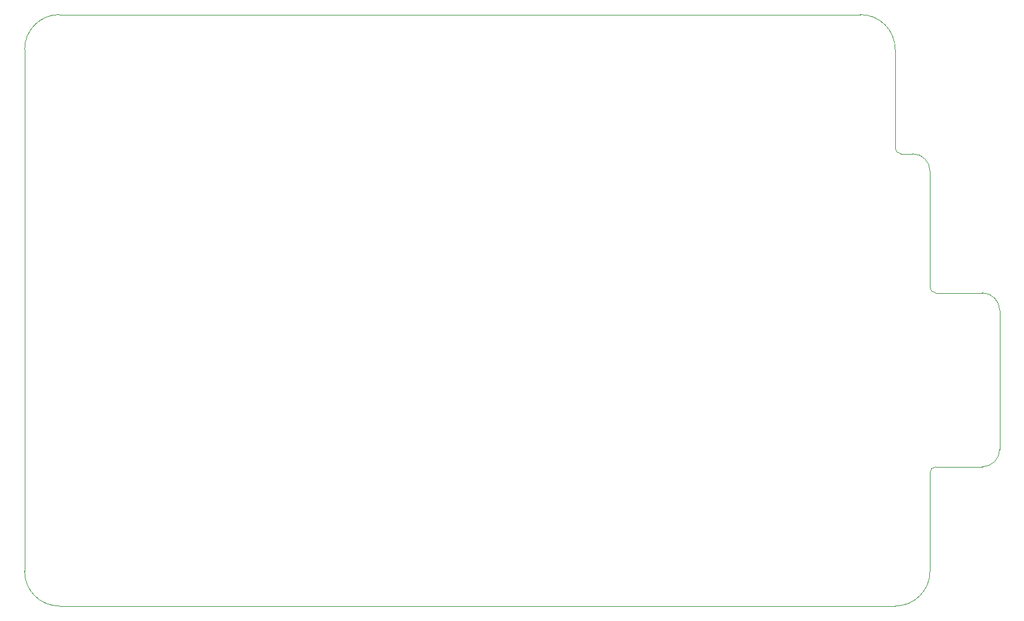
<source format=gm1>
G04 #@! TF.GenerationSoftware,KiCad,Pcbnew,5.1.9*
G04 #@! TF.CreationDate,2021-04-10T23:22:22+01:00*
G04 #@! TF.ProjectId,split45left,73706c69-7434-4356-9c65-66742e6b6963,rev?*
G04 #@! TF.SameCoordinates,Original*
G04 #@! TF.FileFunction,Profile,NP*
%FSLAX46Y46*%
G04 Gerber Fmt 4.6, Leading zero omitted, Abs format (unit mm)*
G04 Created by KiCad (PCBNEW 5.1.9) date 2021-04-10 23:22:22*
%MOMM*%
%LPD*%
G01*
G04 APERTURE LIST*
G04 #@! TA.AperFunction,Profile*
%ADD10C,0.050000*%
G04 #@! TD*
G04 APERTURE END LIST*
D10*
X137318750Y-33337500D02*
X138112500Y-33337500D01*
X136525000Y-33337500D02*
X137318750Y-33337500D01*
X136525000Y-33337500D02*
G75*
G02*
X135731250Y-32543750I0J793750D01*
G01*
X141287500Y-52387500D02*
G75*
G02*
X140493750Y-51593750I0J793750D01*
G01*
X140493750Y-76993750D02*
G75*
G02*
X141287500Y-76200000I793750J0D01*
G01*
X140493750Y-76993750D02*
X140493750Y-90487500D01*
X147637500Y-76200000D02*
X141287500Y-76200000D01*
X150018750Y-54768750D02*
X150018750Y-73818750D01*
X141287500Y-52387500D02*
X147637500Y-52387500D01*
X140493750Y-35718750D02*
X140493750Y-51593750D01*
X135731250Y-19050000D02*
X135731250Y-32543750D01*
X21431250Y-14287500D02*
X130968750Y-14287500D01*
X16668750Y-19050000D02*
X16668750Y-90487500D01*
X21431250Y-95250000D02*
X135731250Y-95250000D01*
X21431250Y-95250000D02*
G75*
G02*
X16668750Y-90487500I0J4762500D01*
G01*
X16668750Y-19050000D02*
G75*
G02*
X21431250Y-14287500I4762500J0D01*
G01*
X140493750Y-90487500D02*
G75*
G02*
X135731250Y-95250000I-4762500J0D01*
G01*
X150018750Y-73818750D02*
G75*
G02*
X147637500Y-76200000I-2381250J0D01*
G01*
X147637500Y-52387500D02*
G75*
G02*
X150018750Y-54768750I0J-2381250D01*
G01*
X138112500Y-33337500D02*
G75*
G02*
X140493750Y-35718750I0J-2381250D01*
G01*
X130968750Y-14287500D02*
G75*
G02*
X135731250Y-19050000I0J-4762500D01*
G01*
M02*

</source>
